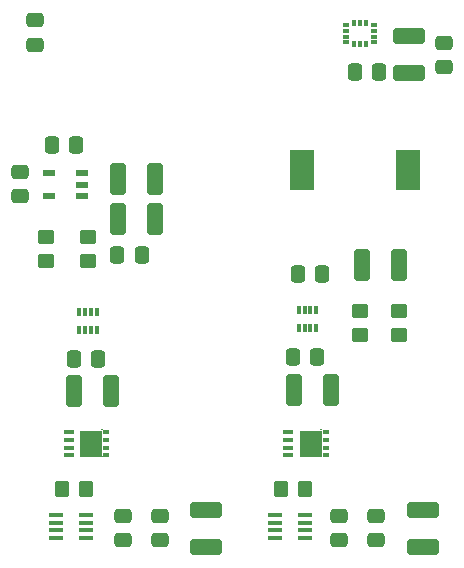
<source format=gbr>
%TF.GenerationSoftware,KiCad,Pcbnew,8.0.6*%
%TF.CreationDate,2024-11-11T21:37:20+01:00*%
%TF.ProjectId,Mainboard,4d61696e-626f-4617-9264-2e6b69636164,rev?*%
%TF.SameCoordinates,Original*%
%TF.FileFunction,Paste,Top*%
%TF.FilePolarity,Positive*%
%FSLAX46Y46*%
G04 Gerber Fmt 4.6, Leading zero omitted, Abs format (unit mm)*
G04 Created by KiCad (PCBNEW 8.0.6) date 2024-11-11 21:37:20*
%MOMM*%
%LPD*%
G01*
G04 APERTURE LIST*
G04 Aperture macros list*
%AMRoundRect*
0 Rectangle with rounded corners*
0 $1 Rounding radius*
0 $2 $3 $4 $5 $6 $7 $8 $9 X,Y pos of 4 corners*
0 Add a 4 corners polygon primitive as box body*
4,1,4,$2,$3,$4,$5,$6,$7,$8,$9,$2,$3,0*
0 Add four circle primitives for the rounded corners*
1,1,$1+$1,$2,$3*
1,1,$1+$1,$4,$5*
1,1,$1+$1,$6,$7*
1,1,$1+$1,$8,$9*
0 Add four rect primitives between the rounded corners*
20,1,$1+$1,$2,$3,$4,$5,0*
20,1,$1+$1,$4,$5,$6,$7,0*
20,1,$1+$1,$6,$7,$8,$9,0*
20,1,$1+$1,$8,$9,$2,$3,0*%
G04 Aperture macros list end*
%ADD10RoundRect,0.250000X0.412500X1.100000X-0.412500X1.100000X-0.412500X-1.100000X0.412500X-1.100000X0*%
%ADD11RoundRect,0.250000X-0.412500X-1.100000X0.412500X-1.100000X0.412500X1.100000X-0.412500X1.100000X0*%
%ADD12RoundRect,0.250000X0.450000X-0.350000X0.450000X0.350000X-0.450000X0.350000X-0.450000X-0.350000X0*%
%ADD13RoundRect,0.250000X0.350000X0.450000X-0.350000X0.450000X-0.350000X-0.450000X0.350000X-0.450000X0*%
%ADD14RoundRect,0.250000X-0.337500X-0.475000X0.337500X-0.475000X0.337500X0.475000X-0.337500X0.475000X0*%
%ADD15RoundRect,0.250000X0.475000X-0.337500X0.475000X0.337500X-0.475000X0.337500X-0.475000X-0.337500X0*%
%ADD16R,2.000000X3.500000*%
%ADD17RoundRect,0.250000X-0.475000X0.337500X-0.475000X-0.337500X0.475000X-0.337500X0.475000X0.337500X0*%
%ADD18RoundRect,0.250000X-1.100000X0.412500X-1.100000X-0.412500X1.100000X-0.412500X1.100000X0.412500X0*%
%ADD19R,0.575000X0.350000*%
%ADD20R,0.350000X0.575000*%
%ADD21RoundRect,0.250000X0.337500X0.475000X-0.337500X0.475000X-0.337500X-0.475000X0.337500X-0.475000X0*%
%ADD22R,0.830000X0.400000*%
%ADD23R,0.620000X0.400000*%
%ADD24R,1.850000X2.250000*%
%ADD25R,0.130000X0.050000*%
%ADD26RoundRect,0.250000X1.100000X-0.412500X1.100000X0.412500X-1.100000X0.412500X-1.100000X-0.412500X0*%
%ADD27R,0.997699X0.508000*%
%ADD28R,0.300000X0.670000*%
%ADD29R,1.200000X0.450000*%
G04 APERTURE END LIST*
D10*
%TO.C,C23*%
X198022500Y-139840000D03*
X194897500Y-139840000D03*
%TD*%
D11*
%TO.C,C13*%
X174235000Y-132490000D03*
X177360000Y-132490000D03*
%TD*%
D12*
%TO.C,R4*%
X168160000Y-139440000D03*
X168160000Y-137440000D03*
%TD*%
D13*
%TO.C,R1*%
X190050000Y-158780000D03*
X188050000Y-158780000D03*
%TD*%
D14*
%TO.C,C6*%
X170472500Y-147790000D03*
X172547500Y-147790000D03*
%TD*%
D15*
%TO.C,C2*%
X177760000Y-163122500D03*
X177760000Y-161047500D03*
%TD*%
D13*
%TO.C,R2*%
X171490000Y-158780000D03*
X169490000Y-158780000D03*
%TD*%
D12*
%TO.C,R3*%
X171660000Y-139440000D03*
X171660000Y-137440000D03*
%TD*%
D15*
%TO.C,C1*%
X196080000Y-163122500D03*
X196080000Y-161047500D03*
%TD*%
D14*
%TO.C,C10*%
X189045000Y-147610000D03*
X191120000Y-147610000D03*
%TD*%
D16*
%TO.C,L2*%
X189810000Y-131740000D03*
X198810000Y-131740000D03*
%TD*%
D14*
%TO.C,C26*%
X194287500Y-123450000D03*
X196362500Y-123450000D03*
%TD*%
D15*
%TO.C,C43*%
X165900000Y-133975000D03*
X165900000Y-131900000D03*
%TD*%
D17*
%TO.C,C12*%
X167230000Y-119082500D03*
X167230000Y-121157500D03*
%TD*%
D18*
%TO.C,C24*%
X198900000Y-120412500D03*
X198900000Y-123537500D03*
%TD*%
D15*
%TO.C,C4*%
X174670000Y-163122500D03*
X174670000Y-161047500D03*
%TD*%
D19*
%TO.C,IC3*%
X193562000Y-119462000D03*
X193562000Y-119962000D03*
X193562000Y-120462000D03*
X193562000Y-120962000D03*
D20*
X194225000Y-121124000D03*
X194725000Y-121124000D03*
X195225000Y-121124000D03*
D19*
X195888000Y-120962000D03*
X195888000Y-120462000D03*
X195888000Y-119962000D03*
X195888000Y-119462000D03*
D20*
X195225000Y-119300000D03*
X194725000Y-119300000D03*
X194225000Y-119300000D03*
%TD*%
D21*
%TO.C,C22*%
X191510000Y-140590000D03*
X189435000Y-140590000D03*
%TD*%
D11*
%TO.C,C9*%
X170535000Y-150500000D03*
X173660000Y-150500000D03*
%TD*%
D22*
%TO.C,Q1*%
X188641000Y-153960000D03*
X188641000Y-154610000D03*
X188641000Y-155260000D03*
X188641000Y-155910000D03*
D23*
X191815000Y-155910000D03*
X191815000Y-155260000D03*
X191815000Y-154610000D03*
X191815000Y-153960000D03*
D24*
X190580000Y-154935000D03*
D25*
X191440000Y-156085000D03*
X191440000Y-153785000D03*
%TD*%
D11*
%TO.C,C7*%
X189127500Y-150360000D03*
X192252500Y-150360000D03*
%TD*%
D26*
%TO.C,C11*%
X181690000Y-163647500D03*
X181690000Y-160522500D03*
%TD*%
D11*
%TO.C,C28*%
X174255000Y-135940000D03*
X177380000Y-135940000D03*
%TD*%
D21*
%TO.C,C27*%
X176255000Y-138990000D03*
X174180000Y-138990000D03*
%TD*%
D17*
%TO.C,C25*%
X201850000Y-120987500D03*
X201850000Y-123062500D03*
%TD*%
D14*
%TO.C,C44*%
X168600000Y-129625000D03*
X170675000Y-129625000D03*
%TD*%
D27*
%TO.C,U2*%
X171160351Y-133940001D03*
X171160351Y-132990000D03*
X171160351Y-132039999D03*
X168410049Y-132039999D03*
X168410049Y-133940001D03*
%TD*%
D28*
%TO.C,IC6*%
X189527500Y-145130000D03*
X190027500Y-145130000D03*
X190527500Y-145130000D03*
X191027500Y-145130000D03*
X191027500Y-143650000D03*
X190527500Y-143650000D03*
X190027500Y-143650000D03*
X189527500Y-143650000D03*
%TD*%
D29*
%TO.C,IC1*%
X190040000Y-162905000D03*
X190040000Y-162255000D03*
X190040000Y-161605000D03*
X190040000Y-160955000D03*
X187540000Y-160955000D03*
X187540000Y-161605000D03*
X187540000Y-162255000D03*
X187540000Y-162905000D03*
%TD*%
D26*
%TO.C,C8*%
X200030000Y-163647500D03*
X200030000Y-160522500D03*
%TD*%
D12*
%TO.C,R8*%
X194760000Y-145690000D03*
X194760000Y-143690000D03*
%TD*%
%TO.C,R9*%
X198060000Y-145690000D03*
X198060000Y-143690000D03*
%TD*%
D22*
%TO.C,Q2*%
X170046000Y-153960000D03*
X170046000Y-154610000D03*
X170046000Y-155260000D03*
X170046000Y-155910000D03*
D23*
X173220000Y-155910000D03*
X173220000Y-155260000D03*
X173220000Y-154610000D03*
X173220000Y-153960000D03*
D24*
X171985000Y-154935000D03*
D25*
X172845000Y-156085000D03*
X172845000Y-153785000D03*
%TD*%
D29*
%TO.C,IC2*%
X171520000Y-162905000D03*
X171520000Y-162255000D03*
X171520000Y-161605000D03*
X171520000Y-160955000D03*
X169020000Y-160955000D03*
X169020000Y-161605000D03*
X169020000Y-162255000D03*
X169020000Y-162905000D03*
%TD*%
D28*
%TO.C,IC7*%
X170960000Y-145290000D03*
X171460000Y-145290000D03*
X171960000Y-145290000D03*
X172460000Y-145290000D03*
X172460000Y-143810000D03*
X171960000Y-143810000D03*
X171460000Y-143810000D03*
X170960000Y-143810000D03*
%TD*%
D15*
%TO.C,C3*%
X192920000Y-163122500D03*
X192920000Y-161047500D03*
%TD*%
M02*

</source>
